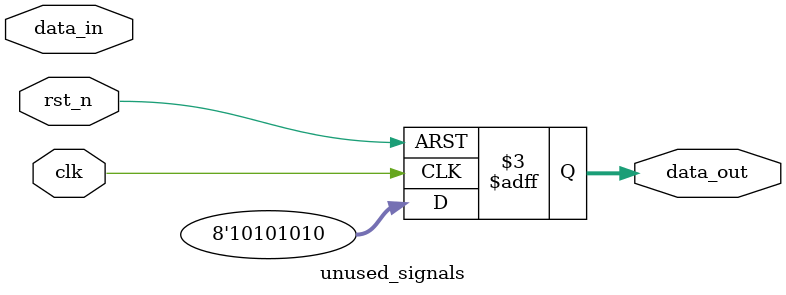
<source format=v>

module unused_signals (
    input  wire       clk,
    input  wire       rst_n,
    input  wire [7:0] data_in,     // Unused input
    output reg  [7:0] data_out
);

    // Error 1: Declared but never used
    wire unused_wire;
    
    // Error 2: Assigned but never read
    reg [7:0] temp_value;
    
    // Error 3: Declared but never assigned
    reg [3:0] never_assigned;
    
    always @(posedge clk or negedge rst_n) begin
        if (!rst_n) begin
            data_out <= 8'h00;
            temp_value <= 8'h00;  // Assigned but never used
        end else begin
            data_out <= 8'hAA;     // Constant, ignores data_in
            temp_value <= 8'hBB;   // Assigned but never used
        end
    end
    
    // never_assigned is never given a value
    // unused_wire is never connected or used

endmodule

</source>
